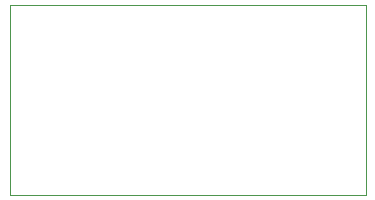
<source format=gbr>
%TF.GenerationSoftware,KiCad,Pcbnew,(6.0.11)*%
%TF.CreationDate,2023-08-29T10:49:09-03:00*%
%TF.ProjectId,gerenciador_de_bateria_2.0,67657265-6e63-4696-9164-6f725f64655f,rev?*%
%TF.SameCoordinates,Original*%
%TF.FileFunction,Profile,NP*%
%FSLAX46Y46*%
G04 Gerber Fmt 4.6, Leading zero omitted, Abs format (unit mm)*
G04 Created by KiCad (PCBNEW (6.0.11)) date 2023-08-29 10:49:09*
%MOMM*%
%LPD*%
G01*
G04 APERTURE LIST*
%TA.AperFunction,Profile*%
%ADD10C,0.100000*%
%TD*%
G04 APERTURE END LIST*
D10*
X104597200Y-131267200D02*
X134757500Y-131267200D01*
X134757500Y-131267200D02*
X134757500Y-115249200D01*
X104597200Y-115249200D02*
X104597200Y-131267200D01*
X134757500Y-115249200D02*
X104597200Y-115249200D01*
M02*

</source>
